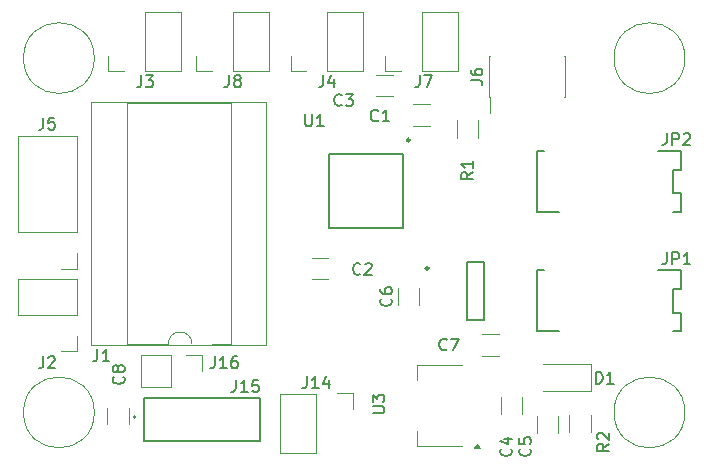
<source format=gbr>
%TF.GenerationSoftware,KiCad,Pcbnew,7.0.11-2.fc39*%
%TF.CreationDate,2024-04-03T17:16:26+02:00*%
%TF.ProjectId,CarteMPP,43617274-654d-4505-902e-6b696361645f,rev?*%
%TF.SameCoordinates,Original*%
%TF.FileFunction,Legend,Top*%
%TF.FilePolarity,Positive*%
%FSLAX46Y46*%
G04 Gerber Fmt 4.6, Leading zero omitted, Abs format (unit mm)*
G04 Created by KiCad (PCBNEW 7.0.11-2.fc39) date 2024-04-03 17:16:26*
%MOMM*%
%LPD*%
G01*
G04 APERTURE LIST*
%ADD10C,0.150000*%
%ADD11C,0.120000*%
%ADD12C,0.200000*%
%ADD13C,0.250000*%
%ADD14C,0.152400*%
%ADD15C,0.127000*%
%ADD16C,0.223606*%
G04 APERTURE END LIST*
D10*
X155654819Y-116761904D02*
X156464342Y-116761904D01*
X156464342Y-116761904D02*
X156559580Y-116714285D01*
X156559580Y-116714285D02*
X156607200Y-116666666D01*
X156607200Y-116666666D02*
X156654819Y-116571428D01*
X156654819Y-116571428D02*
X156654819Y-116380952D01*
X156654819Y-116380952D02*
X156607200Y-116285714D01*
X156607200Y-116285714D02*
X156559580Y-116238095D01*
X156559580Y-116238095D02*
X156464342Y-116190476D01*
X156464342Y-116190476D02*
X155654819Y-116190476D01*
X155654819Y-115809523D02*
X155654819Y-115190476D01*
X155654819Y-115190476D02*
X156035771Y-115523809D01*
X156035771Y-115523809D02*
X156035771Y-115380952D01*
X156035771Y-115380952D02*
X156083390Y-115285714D01*
X156083390Y-115285714D02*
X156131009Y-115238095D01*
X156131009Y-115238095D02*
X156226247Y-115190476D01*
X156226247Y-115190476D02*
X156464342Y-115190476D01*
X156464342Y-115190476D02*
X156559580Y-115238095D01*
X156559580Y-115238095D02*
X156607200Y-115285714D01*
X156607200Y-115285714D02*
X156654819Y-115380952D01*
X156654819Y-115380952D02*
X156654819Y-115666666D01*
X156654819Y-115666666D02*
X156607200Y-115761904D01*
X156607200Y-115761904D02*
X156559580Y-115809523D01*
X157209580Y-107066666D02*
X157257200Y-107114285D01*
X157257200Y-107114285D02*
X157304819Y-107257142D01*
X157304819Y-107257142D02*
X157304819Y-107352380D01*
X157304819Y-107352380D02*
X157257200Y-107495237D01*
X157257200Y-107495237D02*
X157161961Y-107590475D01*
X157161961Y-107590475D02*
X157066723Y-107638094D01*
X157066723Y-107638094D02*
X156876247Y-107685713D01*
X156876247Y-107685713D02*
X156733390Y-107685713D01*
X156733390Y-107685713D02*
X156542914Y-107638094D01*
X156542914Y-107638094D02*
X156447676Y-107590475D01*
X156447676Y-107590475D02*
X156352438Y-107495237D01*
X156352438Y-107495237D02*
X156304819Y-107352380D01*
X156304819Y-107352380D02*
X156304819Y-107257142D01*
X156304819Y-107257142D02*
X156352438Y-107114285D01*
X156352438Y-107114285D02*
X156400057Y-107066666D01*
X156304819Y-106209523D02*
X156304819Y-106399999D01*
X156304819Y-106399999D02*
X156352438Y-106495237D01*
X156352438Y-106495237D02*
X156400057Y-106542856D01*
X156400057Y-106542856D02*
X156542914Y-106638094D01*
X156542914Y-106638094D02*
X156733390Y-106685713D01*
X156733390Y-106685713D02*
X157114342Y-106685713D01*
X157114342Y-106685713D02*
X157209580Y-106638094D01*
X157209580Y-106638094D02*
X157257200Y-106590475D01*
X157257200Y-106590475D02*
X157304819Y-106495237D01*
X157304819Y-106495237D02*
X157304819Y-106304761D01*
X157304819Y-106304761D02*
X157257200Y-106209523D01*
X157257200Y-106209523D02*
X157209580Y-106161904D01*
X157209580Y-106161904D02*
X157114342Y-106114285D01*
X157114342Y-106114285D02*
X156876247Y-106114285D01*
X156876247Y-106114285D02*
X156781009Y-106161904D01*
X156781009Y-106161904D02*
X156733390Y-106209523D01*
X156733390Y-106209523D02*
X156685771Y-106304761D01*
X156685771Y-106304761D02*
X156685771Y-106495237D01*
X156685771Y-106495237D02*
X156733390Y-106590475D01*
X156733390Y-106590475D02*
X156781009Y-106638094D01*
X156781009Y-106638094D02*
X156876247Y-106685713D01*
X154633333Y-104959580D02*
X154585714Y-105007200D01*
X154585714Y-105007200D02*
X154442857Y-105054819D01*
X154442857Y-105054819D02*
X154347619Y-105054819D01*
X154347619Y-105054819D02*
X154204762Y-105007200D01*
X154204762Y-105007200D02*
X154109524Y-104911961D01*
X154109524Y-104911961D02*
X154061905Y-104816723D01*
X154061905Y-104816723D02*
X154014286Y-104626247D01*
X154014286Y-104626247D02*
X154014286Y-104483390D01*
X154014286Y-104483390D02*
X154061905Y-104292914D01*
X154061905Y-104292914D02*
X154109524Y-104197676D01*
X154109524Y-104197676D02*
X154204762Y-104102438D01*
X154204762Y-104102438D02*
X154347619Y-104054819D01*
X154347619Y-104054819D02*
X154442857Y-104054819D01*
X154442857Y-104054819D02*
X154585714Y-104102438D01*
X154585714Y-104102438D02*
X154633333Y-104150057D01*
X155014286Y-104150057D02*
X155061905Y-104102438D01*
X155061905Y-104102438D02*
X155157143Y-104054819D01*
X155157143Y-104054819D02*
X155395238Y-104054819D01*
X155395238Y-104054819D02*
X155490476Y-104102438D01*
X155490476Y-104102438D02*
X155538095Y-104150057D01*
X155538095Y-104150057D02*
X155585714Y-104245295D01*
X155585714Y-104245295D02*
X155585714Y-104340533D01*
X155585714Y-104340533D02*
X155538095Y-104483390D01*
X155538095Y-104483390D02*
X154966667Y-105054819D01*
X154966667Y-105054819D02*
X155585714Y-105054819D01*
X180566666Y-93054819D02*
X180566666Y-93769104D01*
X180566666Y-93769104D02*
X180519047Y-93911961D01*
X180519047Y-93911961D02*
X180423809Y-94007200D01*
X180423809Y-94007200D02*
X180280952Y-94054819D01*
X180280952Y-94054819D02*
X180185714Y-94054819D01*
X181042857Y-94054819D02*
X181042857Y-93054819D01*
X181042857Y-93054819D02*
X181423809Y-93054819D01*
X181423809Y-93054819D02*
X181519047Y-93102438D01*
X181519047Y-93102438D02*
X181566666Y-93150057D01*
X181566666Y-93150057D02*
X181614285Y-93245295D01*
X181614285Y-93245295D02*
X181614285Y-93388152D01*
X181614285Y-93388152D02*
X181566666Y-93483390D01*
X181566666Y-93483390D02*
X181519047Y-93531009D01*
X181519047Y-93531009D02*
X181423809Y-93578628D01*
X181423809Y-93578628D02*
X181042857Y-93578628D01*
X181995238Y-93150057D02*
X182042857Y-93102438D01*
X182042857Y-93102438D02*
X182138095Y-93054819D01*
X182138095Y-93054819D02*
X182376190Y-93054819D01*
X182376190Y-93054819D02*
X182471428Y-93102438D01*
X182471428Y-93102438D02*
X182519047Y-93150057D01*
X182519047Y-93150057D02*
X182566666Y-93245295D01*
X182566666Y-93245295D02*
X182566666Y-93340533D01*
X182566666Y-93340533D02*
X182519047Y-93483390D01*
X182519047Y-93483390D02*
X181947619Y-94054819D01*
X181947619Y-94054819D02*
X182566666Y-94054819D01*
X153033333Y-90659580D02*
X152985714Y-90707200D01*
X152985714Y-90707200D02*
X152842857Y-90754819D01*
X152842857Y-90754819D02*
X152747619Y-90754819D01*
X152747619Y-90754819D02*
X152604762Y-90707200D01*
X152604762Y-90707200D02*
X152509524Y-90611961D01*
X152509524Y-90611961D02*
X152461905Y-90516723D01*
X152461905Y-90516723D02*
X152414286Y-90326247D01*
X152414286Y-90326247D02*
X152414286Y-90183390D01*
X152414286Y-90183390D02*
X152461905Y-89992914D01*
X152461905Y-89992914D02*
X152509524Y-89897676D01*
X152509524Y-89897676D02*
X152604762Y-89802438D01*
X152604762Y-89802438D02*
X152747619Y-89754819D01*
X152747619Y-89754819D02*
X152842857Y-89754819D01*
X152842857Y-89754819D02*
X152985714Y-89802438D01*
X152985714Y-89802438D02*
X153033333Y-89850057D01*
X153366667Y-89754819D02*
X153985714Y-89754819D01*
X153985714Y-89754819D02*
X153652381Y-90135771D01*
X153652381Y-90135771D02*
X153795238Y-90135771D01*
X153795238Y-90135771D02*
X153890476Y-90183390D01*
X153890476Y-90183390D02*
X153938095Y-90231009D01*
X153938095Y-90231009D02*
X153985714Y-90326247D01*
X153985714Y-90326247D02*
X153985714Y-90564342D01*
X153985714Y-90564342D02*
X153938095Y-90659580D01*
X153938095Y-90659580D02*
X153890476Y-90707200D01*
X153890476Y-90707200D02*
X153795238Y-90754819D01*
X153795238Y-90754819D02*
X153509524Y-90754819D01*
X153509524Y-90754819D02*
X153414286Y-90707200D01*
X153414286Y-90707200D02*
X153366667Y-90659580D01*
X144090476Y-113954819D02*
X144090476Y-114669104D01*
X144090476Y-114669104D02*
X144042857Y-114811961D01*
X144042857Y-114811961D02*
X143947619Y-114907200D01*
X143947619Y-114907200D02*
X143804762Y-114954819D01*
X143804762Y-114954819D02*
X143709524Y-114954819D01*
X145090476Y-114954819D02*
X144519048Y-114954819D01*
X144804762Y-114954819D02*
X144804762Y-113954819D01*
X144804762Y-113954819D02*
X144709524Y-114097676D01*
X144709524Y-114097676D02*
X144614286Y-114192914D01*
X144614286Y-114192914D02*
X144519048Y-114240533D01*
X145995238Y-113954819D02*
X145519048Y-113954819D01*
X145519048Y-113954819D02*
X145471429Y-114431009D01*
X145471429Y-114431009D02*
X145519048Y-114383390D01*
X145519048Y-114383390D02*
X145614286Y-114335771D01*
X145614286Y-114335771D02*
X145852381Y-114335771D01*
X145852381Y-114335771D02*
X145947619Y-114383390D01*
X145947619Y-114383390D02*
X145995238Y-114431009D01*
X145995238Y-114431009D02*
X146042857Y-114526247D01*
X146042857Y-114526247D02*
X146042857Y-114764342D01*
X146042857Y-114764342D02*
X145995238Y-114859580D01*
X145995238Y-114859580D02*
X145947619Y-114907200D01*
X145947619Y-114907200D02*
X145852381Y-114954819D01*
X145852381Y-114954819D02*
X145614286Y-114954819D01*
X145614286Y-114954819D02*
X145519048Y-114907200D01*
X145519048Y-114907200D02*
X145471429Y-114859580D01*
X150090476Y-113654819D02*
X150090476Y-114369104D01*
X150090476Y-114369104D02*
X150042857Y-114511961D01*
X150042857Y-114511961D02*
X149947619Y-114607200D01*
X149947619Y-114607200D02*
X149804762Y-114654819D01*
X149804762Y-114654819D02*
X149709524Y-114654819D01*
X151090476Y-114654819D02*
X150519048Y-114654819D01*
X150804762Y-114654819D02*
X150804762Y-113654819D01*
X150804762Y-113654819D02*
X150709524Y-113797676D01*
X150709524Y-113797676D02*
X150614286Y-113892914D01*
X150614286Y-113892914D02*
X150519048Y-113940533D01*
X151947619Y-113988152D02*
X151947619Y-114654819D01*
X151709524Y-113607200D02*
X151471429Y-114321485D01*
X151471429Y-114321485D02*
X152090476Y-114321485D01*
X164154819Y-96366666D02*
X163678628Y-96699999D01*
X164154819Y-96938094D02*
X163154819Y-96938094D01*
X163154819Y-96938094D02*
X163154819Y-96557142D01*
X163154819Y-96557142D02*
X163202438Y-96461904D01*
X163202438Y-96461904D02*
X163250057Y-96414285D01*
X163250057Y-96414285D02*
X163345295Y-96366666D01*
X163345295Y-96366666D02*
X163488152Y-96366666D01*
X163488152Y-96366666D02*
X163583390Y-96414285D01*
X163583390Y-96414285D02*
X163631009Y-96461904D01*
X163631009Y-96461904D02*
X163678628Y-96557142D01*
X163678628Y-96557142D02*
X163678628Y-96938094D01*
X164154819Y-95414285D02*
X164154819Y-95985713D01*
X164154819Y-95699999D02*
X163154819Y-95699999D01*
X163154819Y-95699999D02*
X163297676Y-95795237D01*
X163297676Y-95795237D02*
X163392914Y-95890475D01*
X163392914Y-95890475D02*
X163440533Y-95985713D01*
X167359580Y-119766666D02*
X167407200Y-119814285D01*
X167407200Y-119814285D02*
X167454819Y-119957142D01*
X167454819Y-119957142D02*
X167454819Y-120052380D01*
X167454819Y-120052380D02*
X167407200Y-120195237D01*
X167407200Y-120195237D02*
X167311961Y-120290475D01*
X167311961Y-120290475D02*
X167216723Y-120338094D01*
X167216723Y-120338094D02*
X167026247Y-120385713D01*
X167026247Y-120385713D02*
X166883390Y-120385713D01*
X166883390Y-120385713D02*
X166692914Y-120338094D01*
X166692914Y-120338094D02*
X166597676Y-120290475D01*
X166597676Y-120290475D02*
X166502438Y-120195237D01*
X166502438Y-120195237D02*
X166454819Y-120052380D01*
X166454819Y-120052380D02*
X166454819Y-119957142D01*
X166454819Y-119957142D02*
X166502438Y-119814285D01*
X166502438Y-119814285D02*
X166550057Y-119766666D01*
X166788152Y-118909523D02*
X167454819Y-118909523D01*
X166407200Y-119147618D02*
X167121485Y-119385713D01*
X167121485Y-119385713D02*
X167121485Y-118766666D01*
X151466666Y-88154819D02*
X151466666Y-88869104D01*
X151466666Y-88869104D02*
X151419047Y-89011961D01*
X151419047Y-89011961D02*
X151323809Y-89107200D01*
X151323809Y-89107200D02*
X151180952Y-89154819D01*
X151180952Y-89154819D02*
X151085714Y-89154819D01*
X152371428Y-88488152D02*
X152371428Y-89154819D01*
X152133333Y-88107200D02*
X151895238Y-88821485D01*
X151895238Y-88821485D02*
X152514285Y-88821485D01*
X174561905Y-114254819D02*
X174561905Y-113254819D01*
X174561905Y-113254819D02*
X174800000Y-113254819D01*
X174800000Y-113254819D02*
X174942857Y-113302438D01*
X174942857Y-113302438D02*
X175038095Y-113397676D01*
X175038095Y-113397676D02*
X175085714Y-113492914D01*
X175085714Y-113492914D02*
X175133333Y-113683390D01*
X175133333Y-113683390D02*
X175133333Y-113826247D01*
X175133333Y-113826247D02*
X175085714Y-114016723D01*
X175085714Y-114016723D02*
X175038095Y-114111961D01*
X175038095Y-114111961D02*
X174942857Y-114207200D01*
X174942857Y-114207200D02*
X174800000Y-114254819D01*
X174800000Y-114254819D02*
X174561905Y-114254819D01*
X176085714Y-114254819D02*
X175514286Y-114254819D01*
X175800000Y-114254819D02*
X175800000Y-113254819D01*
X175800000Y-113254819D02*
X175704762Y-113397676D01*
X175704762Y-113397676D02*
X175609524Y-113492914D01*
X175609524Y-113492914D02*
X175514286Y-113540533D01*
X163949819Y-88583333D02*
X164664104Y-88583333D01*
X164664104Y-88583333D02*
X164806961Y-88630952D01*
X164806961Y-88630952D02*
X164902200Y-88726190D01*
X164902200Y-88726190D02*
X164949819Y-88869047D01*
X164949819Y-88869047D02*
X164949819Y-88964285D01*
X163949819Y-87678571D02*
X163949819Y-87869047D01*
X163949819Y-87869047D02*
X163997438Y-87964285D01*
X163997438Y-87964285D02*
X164045057Y-88011904D01*
X164045057Y-88011904D02*
X164187914Y-88107142D01*
X164187914Y-88107142D02*
X164378390Y-88154761D01*
X164378390Y-88154761D02*
X164759342Y-88154761D01*
X164759342Y-88154761D02*
X164854580Y-88107142D01*
X164854580Y-88107142D02*
X164902200Y-88059523D01*
X164902200Y-88059523D02*
X164949819Y-87964285D01*
X164949819Y-87964285D02*
X164949819Y-87773809D01*
X164949819Y-87773809D02*
X164902200Y-87678571D01*
X164902200Y-87678571D02*
X164854580Y-87630952D01*
X164854580Y-87630952D02*
X164759342Y-87583333D01*
X164759342Y-87583333D02*
X164521247Y-87583333D01*
X164521247Y-87583333D02*
X164426009Y-87630952D01*
X164426009Y-87630952D02*
X164378390Y-87678571D01*
X164378390Y-87678571D02*
X164330771Y-87773809D01*
X164330771Y-87773809D02*
X164330771Y-87964285D01*
X164330771Y-87964285D02*
X164378390Y-88059523D01*
X164378390Y-88059523D02*
X164426009Y-88107142D01*
X164426009Y-88107142D02*
X164521247Y-88154761D01*
X161933333Y-111359580D02*
X161885714Y-111407200D01*
X161885714Y-111407200D02*
X161742857Y-111454819D01*
X161742857Y-111454819D02*
X161647619Y-111454819D01*
X161647619Y-111454819D02*
X161504762Y-111407200D01*
X161504762Y-111407200D02*
X161409524Y-111311961D01*
X161409524Y-111311961D02*
X161361905Y-111216723D01*
X161361905Y-111216723D02*
X161314286Y-111026247D01*
X161314286Y-111026247D02*
X161314286Y-110883390D01*
X161314286Y-110883390D02*
X161361905Y-110692914D01*
X161361905Y-110692914D02*
X161409524Y-110597676D01*
X161409524Y-110597676D02*
X161504762Y-110502438D01*
X161504762Y-110502438D02*
X161647619Y-110454819D01*
X161647619Y-110454819D02*
X161742857Y-110454819D01*
X161742857Y-110454819D02*
X161885714Y-110502438D01*
X161885714Y-110502438D02*
X161933333Y-110550057D01*
X162266667Y-110454819D02*
X162933333Y-110454819D01*
X162933333Y-110454819D02*
X162504762Y-111454819D01*
X175654819Y-119366666D02*
X175178628Y-119699999D01*
X175654819Y-119938094D02*
X174654819Y-119938094D01*
X174654819Y-119938094D02*
X174654819Y-119557142D01*
X174654819Y-119557142D02*
X174702438Y-119461904D01*
X174702438Y-119461904D02*
X174750057Y-119414285D01*
X174750057Y-119414285D02*
X174845295Y-119366666D01*
X174845295Y-119366666D02*
X174988152Y-119366666D01*
X174988152Y-119366666D02*
X175083390Y-119414285D01*
X175083390Y-119414285D02*
X175131009Y-119461904D01*
X175131009Y-119461904D02*
X175178628Y-119557142D01*
X175178628Y-119557142D02*
X175178628Y-119938094D01*
X174750057Y-118985713D02*
X174702438Y-118938094D01*
X174702438Y-118938094D02*
X174654819Y-118842856D01*
X174654819Y-118842856D02*
X174654819Y-118604761D01*
X174654819Y-118604761D02*
X174702438Y-118509523D01*
X174702438Y-118509523D02*
X174750057Y-118461904D01*
X174750057Y-118461904D02*
X174845295Y-118414285D01*
X174845295Y-118414285D02*
X174940533Y-118414285D01*
X174940533Y-118414285D02*
X175083390Y-118461904D01*
X175083390Y-118461904D02*
X175654819Y-119033332D01*
X175654819Y-119033332D02*
X175654819Y-118414285D01*
X142290476Y-111954819D02*
X142290476Y-112669104D01*
X142290476Y-112669104D02*
X142242857Y-112811961D01*
X142242857Y-112811961D02*
X142147619Y-112907200D01*
X142147619Y-112907200D02*
X142004762Y-112954819D01*
X142004762Y-112954819D02*
X141909524Y-112954819D01*
X143290476Y-112954819D02*
X142719048Y-112954819D01*
X143004762Y-112954819D02*
X143004762Y-111954819D01*
X143004762Y-111954819D02*
X142909524Y-112097676D01*
X142909524Y-112097676D02*
X142814286Y-112192914D01*
X142814286Y-112192914D02*
X142719048Y-112240533D01*
X144147619Y-111954819D02*
X143957143Y-111954819D01*
X143957143Y-111954819D02*
X143861905Y-112002438D01*
X143861905Y-112002438D02*
X143814286Y-112050057D01*
X143814286Y-112050057D02*
X143719048Y-112192914D01*
X143719048Y-112192914D02*
X143671429Y-112383390D01*
X143671429Y-112383390D02*
X143671429Y-112764342D01*
X143671429Y-112764342D02*
X143719048Y-112859580D01*
X143719048Y-112859580D02*
X143766667Y-112907200D01*
X143766667Y-112907200D02*
X143861905Y-112954819D01*
X143861905Y-112954819D02*
X144052381Y-112954819D01*
X144052381Y-112954819D02*
X144147619Y-112907200D01*
X144147619Y-112907200D02*
X144195238Y-112859580D01*
X144195238Y-112859580D02*
X144242857Y-112764342D01*
X144242857Y-112764342D02*
X144242857Y-112526247D01*
X144242857Y-112526247D02*
X144195238Y-112431009D01*
X144195238Y-112431009D02*
X144147619Y-112383390D01*
X144147619Y-112383390D02*
X144052381Y-112335771D01*
X144052381Y-112335771D02*
X143861905Y-112335771D01*
X143861905Y-112335771D02*
X143766667Y-112383390D01*
X143766667Y-112383390D02*
X143719048Y-112431009D01*
X143719048Y-112431009D02*
X143671429Y-112526247D01*
X136066666Y-88154819D02*
X136066666Y-88869104D01*
X136066666Y-88869104D02*
X136019047Y-89011961D01*
X136019047Y-89011961D02*
X135923809Y-89107200D01*
X135923809Y-89107200D02*
X135780952Y-89154819D01*
X135780952Y-89154819D02*
X135685714Y-89154819D01*
X136447619Y-88154819D02*
X137066666Y-88154819D01*
X137066666Y-88154819D02*
X136733333Y-88535771D01*
X136733333Y-88535771D02*
X136876190Y-88535771D01*
X136876190Y-88535771D02*
X136971428Y-88583390D01*
X136971428Y-88583390D02*
X137019047Y-88631009D01*
X137019047Y-88631009D02*
X137066666Y-88726247D01*
X137066666Y-88726247D02*
X137066666Y-88964342D01*
X137066666Y-88964342D02*
X137019047Y-89059580D01*
X137019047Y-89059580D02*
X136971428Y-89107200D01*
X136971428Y-89107200D02*
X136876190Y-89154819D01*
X136876190Y-89154819D02*
X136590476Y-89154819D01*
X136590476Y-89154819D02*
X136495238Y-89107200D01*
X136495238Y-89107200D02*
X136447619Y-89059580D01*
X143496666Y-88154819D02*
X143496666Y-88869104D01*
X143496666Y-88869104D02*
X143449047Y-89011961D01*
X143449047Y-89011961D02*
X143353809Y-89107200D01*
X143353809Y-89107200D02*
X143210952Y-89154819D01*
X143210952Y-89154819D02*
X143115714Y-89154819D01*
X144115714Y-88583390D02*
X144020476Y-88535771D01*
X144020476Y-88535771D02*
X143972857Y-88488152D01*
X143972857Y-88488152D02*
X143925238Y-88392914D01*
X143925238Y-88392914D02*
X143925238Y-88345295D01*
X143925238Y-88345295D02*
X143972857Y-88250057D01*
X143972857Y-88250057D02*
X144020476Y-88202438D01*
X144020476Y-88202438D02*
X144115714Y-88154819D01*
X144115714Y-88154819D02*
X144306190Y-88154819D01*
X144306190Y-88154819D02*
X144401428Y-88202438D01*
X144401428Y-88202438D02*
X144449047Y-88250057D01*
X144449047Y-88250057D02*
X144496666Y-88345295D01*
X144496666Y-88345295D02*
X144496666Y-88392914D01*
X144496666Y-88392914D02*
X144449047Y-88488152D01*
X144449047Y-88488152D02*
X144401428Y-88535771D01*
X144401428Y-88535771D02*
X144306190Y-88583390D01*
X144306190Y-88583390D02*
X144115714Y-88583390D01*
X144115714Y-88583390D02*
X144020476Y-88631009D01*
X144020476Y-88631009D02*
X143972857Y-88678628D01*
X143972857Y-88678628D02*
X143925238Y-88773866D01*
X143925238Y-88773866D02*
X143925238Y-88964342D01*
X143925238Y-88964342D02*
X143972857Y-89059580D01*
X143972857Y-89059580D02*
X144020476Y-89107200D01*
X144020476Y-89107200D02*
X144115714Y-89154819D01*
X144115714Y-89154819D02*
X144306190Y-89154819D01*
X144306190Y-89154819D02*
X144401428Y-89107200D01*
X144401428Y-89107200D02*
X144449047Y-89059580D01*
X144449047Y-89059580D02*
X144496666Y-88964342D01*
X144496666Y-88964342D02*
X144496666Y-88773866D01*
X144496666Y-88773866D02*
X144449047Y-88678628D01*
X144449047Y-88678628D02*
X144401428Y-88631009D01*
X144401428Y-88631009D02*
X144306190Y-88583390D01*
X127766666Y-91754819D02*
X127766666Y-92469104D01*
X127766666Y-92469104D02*
X127719047Y-92611961D01*
X127719047Y-92611961D02*
X127623809Y-92707200D01*
X127623809Y-92707200D02*
X127480952Y-92754819D01*
X127480952Y-92754819D02*
X127385714Y-92754819D01*
X128719047Y-91754819D02*
X128242857Y-91754819D01*
X128242857Y-91754819D02*
X128195238Y-92231009D01*
X128195238Y-92231009D02*
X128242857Y-92183390D01*
X128242857Y-92183390D02*
X128338095Y-92135771D01*
X128338095Y-92135771D02*
X128576190Y-92135771D01*
X128576190Y-92135771D02*
X128671428Y-92183390D01*
X128671428Y-92183390D02*
X128719047Y-92231009D01*
X128719047Y-92231009D02*
X128766666Y-92326247D01*
X128766666Y-92326247D02*
X128766666Y-92564342D01*
X128766666Y-92564342D02*
X128719047Y-92659580D01*
X128719047Y-92659580D02*
X128671428Y-92707200D01*
X128671428Y-92707200D02*
X128576190Y-92754819D01*
X128576190Y-92754819D02*
X128338095Y-92754819D01*
X128338095Y-92754819D02*
X128242857Y-92707200D01*
X128242857Y-92707200D02*
X128195238Y-92659580D01*
X159666666Y-88154819D02*
X159666666Y-88869104D01*
X159666666Y-88869104D02*
X159619047Y-89011961D01*
X159619047Y-89011961D02*
X159523809Y-89107200D01*
X159523809Y-89107200D02*
X159380952Y-89154819D01*
X159380952Y-89154819D02*
X159285714Y-89154819D01*
X160047619Y-88154819D02*
X160714285Y-88154819D01*
X160714285Y-88154819D02*
X160285714Y-89154819D01*
X132366666Y-111354819D02*
X132366666Y-112069104D01*
X132366666Y-112069104D02*
X132319047Y-112211961D01*
X132319047Y-112211961D02*
X132223809Y-112307200D01*
X132223809Y-112307200D02*
X132080952Y-112354819D01*
X132080952Y-112354819D02*
X131985714Y-112354819D01*
X133366666Y-112354819D02*
X132795238Y-112354819D01*
X133080952Y-112354819D02*
X133080952Y-111354819D01*
X133080952Y-111354819D02*
X132985714Y-111497676D01*
X132985714Y-111497676D02*
X132890476Y-111592914D01*
X132890476Y-111592914D02*
X132795238Y-111640533D01*
X127766666Y-111954819D02*
X127766666Y-112669104D01*
X127766666Y-112669104D02*
X127719047Y-112811961D01*
X127719047Y-112811961D02*
X127623809Y-112907200D01*
X127623809Y-112907200D02*
X127480952Y-112954819D01*
X127480952Y-112954819D02*
X127385714Y-112954819D01*
X128195238Y-112050057D02*
X128242857Y-112002438D01*
X128242857Y-112002438D02*
X128338095Y-111954819D01*
X128338095Y-111954819D02*
X128576190Y-111954819D01*
X128576190Y-111954819D02*
X128671428Y-112002438D01*
X128671428Y-112002438D02*
X128719047Y-112050057D01*
X128719047Y-112050057D02*
X128766666Y-112145295D01*
X128766666Y-112145295D02*
X128766666Y-112240533D01*
X128766666Y-112240533D02*
X128719047Y-112383390D01*
X128719047Y-112383390D02*
X128147619Y-112954819D01*
X128147619Y-112954819D02*
X128766666Y-112954819D01*
X134559580Y-113666666D02*
X134607200Y-113714285D01*
X134607200Y-113714285D02*
X134654819Y-113857142D01*
X134654819Y-113857142D02*
X134654819Y-113952380D01*
X134654819Y-113952380D02*
X134607200Y-114095237D01*
X134607200Y-114095237D02*
X134511961Y-114190475D01*
X134511961Y-114190475D02*
X134416723Y-114238094D01*
X134416723Y-114238094D02*
X134226247Y-114285713D01*
X134226247Y-114285713D02*
X134083390Y-114285713D01*
X134083390Y-114285713D02*
X133892914Y-114238094D01*
X133892914Y-114238094D02*
X133797676Y-114190475D01*
X133797676Y-114190475D02*
X133702438Y-114095237D01*
X133702438Y-114095237D02*
X133654819Y-113952380D01*
X133654819Y-113952380D02*
X133654819Y-113857142D01*
X133654819Y-113857142D02*
X133702438Y-113714285D01*
X133702438Y-113714285D02*
X133750057Y-113666666D01*
X134083390Y-113095237D02*
X134035771Y-113190475D01*
X134035771Y-113190475D02*
X133988152Y-113238094D01*
X133988152Y-113238094D02*
X133892914Y-113285713D01*
X133892914Y-113285713D02*
X133845295Y-113285713D01*
X133845295Y-113285713D02*
X133750057Y-113238094D01*
X133750057Y-113238094D02*
X133702438Y-113190475D01*
X133702438Y-113190475D02*
X133654819Y-113095237D01*
X133654819Y-113095237D02*
X133654819Y-112904761D01*
X133654819Y-112904761D02*
X133702438Y-112809523D01*
X133702438Y-112809523D02*
X133750057Y-112761904D01*
X133750057Y-112761904D02*
X133845295Y-112714285D01*
X133845295Y-112714285D02*
X133892914Y-112714285D01*
X133892914Y-112714285D02*
X133988152Y-112761904D01*
X133988152Y-112761904D02*
X134035771Y-112809523D01*
X134035771Y-112809523D02*
X134083390Y-112904761D01*
X134083390Y-112904761D02*
X134083390Y-113095237D01*
X134083390Y-113095237D02*
X134131009Y-113190475D01*
X134131009Y-113190475D02*
X134178628Y-113238094D01*
X134178628Y-113238094D02*
X134273866Y-113285713D01*
X134273866Y-113285713D02*
X134464342Y-113285713D01*
X134464342Y-113285713D02*
X134559580Y-113238094D01*
X134559580Y-113238094D02*
X134607200Y-113190475D01*
X134607200Y-113190475D02*
X134654819Y-113095237D01*
X134654819Y-113095237D02*
X134654819Y-112904761D01*
X134654819Y-112904761D02*
X134607200Y-112809523D01*
X134607200Y-112809523D02*
X134559580Y-112761904D01*
X134559580Y-112761904D02*
X134464342Y-112714285D01*
X134464342Y-112714285D02*
X134273866Y-112714285D01*
X134273866Y-112714285D02*
X134178628Y-112761904D01*
X134178628Y-112761904D02*
X134131009Y-112809523D01*
X134131009Y-112809523D02*
X134083390Y-112904761D01*
X168959580Y-119766666D02*
X169007200Y-119814285D01*
X169007200Y-119814285D02*
X169054819Y-119957142D01*
X169054819Y-119957142D02*
X169054819Y-120052380D01*
X169054819Y-120052380D02*
X169007200Y-120195237D01*
X169007200Y-120195237D02*
X168911961Y-120290475D01*
X168911961Y-120290475D02*
X168816723Y-120338094D01*
X168816723Y-120338094D02*
X168626247Y-120385713D01*
X168626247Y-120385713D02*
X168483390Y-120385713D01*
X168483390Y-120385713D02*
X168292914Y-120338094D01*
X168292914Y-120338094D02*
X168197676Y-120290475D01*
X168197676Y-120290475D02*
X168102438Y-120195237D01*
X168102438Y-120195237D02*
X168054819Y-120052380D01*
X168054819Y-120052380D02*
X168054819Y-119957142D01*
X168054819Y-119957142D02*
X168102438Y-119814285D01*
X168102438Y-119814285D02*
X168150057Y-119766666D01*
X168054819Y-118861904D02*
X168054819Y-119338094D01*
X168054819Y-119338094D02*
X168531009Y-119385713D01*
X168531009Y-119385713D02*
X168483390Y-119338094D01*
X168483390Y-119338094D02*
X168435771Y-119242856D01*
X168435771Y-119242856D02*
X168435771Y-119004761D01*
X168435771Y-119004761D02*
X168483390Y-118909523D01*
X168483390Y-118909523D02*
X168531009Y-118861904D01*
X168531009Y-118861904D02*
X168626247Y-118814285D01*
X168626247Y-118814285D02*
X168864342Y-118814285D01*
X168864342Y-118814285D02*
X168959580Y-118861904D01*
X168959580Y-118861904D02*
X169007200Y-118909523D01*
X169007200Y-118909523D02*
X169054819Y-119004761D01*
X169054819Y-119004761D02*
X169054819Y-119242856D01*
X169054819Y-119242856D02*
X169007200Y-119338094D01*
X169007200Y-119338094D02*
X168959580Y-119385713D01*
X149937411Y-91454336D02*
X149937411Y-92264587D01*
X149937411Y-92264587D02*
X149985072Y-92359911D01*
X149985072Y-92359911D02*
X150032734Y-92407573D01*
X150032734Y-92407573D02*
X150128058Y-92455234D01*
X150128058Y-92455234D02*
X150318705Y-92455234D01*
X150318705Y-92455234D02*
X150414029Y-92407573D01*
X150414029Y-92407573D02*
X150461690Y-92359911D01*
X150461690Y-92359911D02*
X150509352Y-92264587D01*
X150509352Y-92264587D02*
X150509352Y-91454336D01*
X151510250Y-92455234D02*
X150938309Y-92455234D01*
X151224280Y-92455234D02*
X151224280Y-91454336D01*
X151224280Y-91454336D02*
X151128956Y-91597322D01*
X151128956Y-91597322D02*
X151033632Y-91692645D01*
X151033632Y-91692645D02*
X150938309Y-91740307D01*
X156133333Y-91959580D02*
X156085714Y-92007200D01*
X156085714Y-92007200D02*
X155942857Y-92054819D01*
X155942857Y-92054819D02*
X155847619Y-92054819D01*
X155847619Y-92054819D02*
X155704762Y-92007200D01*
X155704762Y-92007200D02*
X155609524Y-91911961D01*
X155609524Y-91911961D02*
X155561905Y-91816723D01*
X155561905Y-91816723D02*
X155514286Y-91626247D01*
X155514286Y-91626247D02*
X155514286Y-91483390D01*
X155514286Y-91483390D02*
X155561905Y-91292914D01*
X155561905Y-91292914D02*
X155609524Y-91197676D01*
X155609524Y-91197676D02*
X155704762Y-91102438D01*
X155704762Y-91102438D02*
X155847619Y-91054819D01*
X155847619Y-91054819D02*
X155942857Y-91054819D01*
X155942857Y-91054819D02*
X156085714Y-91102438D01*
X156085714Y-91102438D02*
X156133333Y-91150057D01*
X157085714Y-92054819D02*
X156514286Y-92054819D01*
X156800000Y-92054819D02*
X156800000Y-91054819D01*
X156800000Y-91054819D02*
X156704762Y-91197676D01*
X156704762Y-91197676D02*
X156609524Y-91292914D01*
X156609524Y-91292914D02*
X156514286Y-91340533D01*
X180566666Y-103154819D02*
X180566666Y-103869104D01*
X180566666Y-103869104D02*
X180519047Y-104011961D01*
X180519047Y-104011961D02*
X180423809Y-104107200D01*
X180423809Y-104107200D02*
X180280952Y-104154819D01*
X180280952Y-104154819D02*
X180185714Y-104154819D01*
X181042857Y-104154819D02*
X181042857Y-103154819D01*
X181042857Y-103154819D02*
X181423809Y-103154819D01*
X181423809Y-103154819D02*
X181519047Y-103202438D01*
X181519047Y-103202438D02*
X181566666Y-103250057D01*
X181566666Y-103250057D02*
X181614285Y-103345295D01*
X181614285Y-103345295D02*
X181614285Y-103488152D01*
X181614285Y-103488152D02*
X181566666Y-103583390D01*
X181566666Y-103583390D02*
X181519047Y-103631009D01*
X181519047Y-103631009D02*
X181423809Y-103678628D01*
X181423809Y-103678628D02*
X181042857Y-103678628D01*
X182566666Y-104154819D02*
X181995238Y-104154819D01*
X182280952Y-104154819D02*
X182280952Y-103154819D01*
X182280952Y-103154819D02*
X182185714Y-103297676D01*
X182185714Y-103297676D02*
X182090476Y-103392914D01*
X182090476Y-103392914D02*
X181995238Y-103440533D01*
D11*
%TO.C,U3*%
X163200000Y-119510000D02*
X159440000Y-119510000D01*
X163200000Y-112690000D02*
X159440000Y-112690000D01*
X159440000Y-119510000D02*
X159440000Y-118250000D01*
X159440000Y-112690000D02*
X159440000Y-113950000D01*
X164720000Y-119740000D02*
X164240000Y-119740000D01*
X164480000Y-119410000D01*
X164720000Y-119740000D01*
G36*
X164720000Y-119740000D02*
G01*
X164240000Y-119740000D01*
X164480000Y-119410000D01*
X164720000Y-119740000D01*
G37*
%TO.C,C6*%
X157790000Y-107611252D02*
X157790000Y-106188748D01*
X159610000Y-107611252D02*
X159610000Y-106188748D01*
%TO.C,C2*%
X150488748Y-103590000D02*
X151911252Y-103590000D01*
X150488748Y-105410000D02*
X151911252Y-105410000D01*
D12*
%TO.C,U2*%
X163646002Y-103950000D02*
X165103997Y-103950000D01*
X163646002Y-108850000D02*
X163646002Y-103950000D01*
X163646002Y-108850000D02*
X165103997Y-108850000D01*
X165103997Y-108850000D02*
X165103997Y-103950000D01*
D13*
X160393935Y-104495000D02*
G75*
G03*
X160143935Y-104495000I-125000J0D01*
G01*
X160143935Y-104495000D02*
G75*
G03*
X160393935Y-104495000I125000J0D01*
G01*
D14*
%TO.C,JP2*%
X169543008Y-99738995D02*
X169543008Y-94538996D01*
X170156608Y-94538996D02*
X169543008Y-94538996D01*
X171426608Y-99738995D02*
X169543008Y-99738995D01*
X181129408Y-98138996D02*
X181129408Y-96138995D01*
X181743009Y-94538996D02*
X179859408Y-94538996D01*
X181743009Y-96138995D02*
X181129408Y-96138995D01*
X181743009Y-96138995D02*
X181743009Y-94538996D01*
X181743009Y-98138996D02*
X181129408Y-98138996D01*
X181743009Y-99738995D02*
X181129408Y-99738995D01*
X181743009Y-99738995D02*
X181743009Y-98138996D01*
D11*
%TO.C,C3*%
X157411252Y-89910000D02*
X155988748Y-89910000D01*
X157411252Y-88090000D02*
X155988748Y-88090000D01*
%TO.C,J15*%
X141230000Y-111870000D02*
X141230000Y-113200000D01*
X139900000Y-111870000D02*
X141230000Y-111870000D01*
X138630000Y-111870000D02*
X136030000Y-111870000D01*
X138630000Y-111870000D02*
X138630000Y-114530000D01*
X136030000Y-111870000D02*
X136030000Y-114530000D01*
X138630000Y-114530000D02*
X136030000Y-114530000D01*
%TO.C,J9*%
X132100000Y-86700000D02*
G75*
G03*
X126100000Y-86700000I-3000000J0D01*
G01*
X126100000Y-86700000D02*
G75*
G03*
X132100000Y-86700000I3000000J0D01*
G01*
%TO.C,J14*%
X153970000Y-115070000D02*
X153970000Y-116400000D01*
X152640000Y-115070000D02*
X153970000Y-115070000D01*
X150870000Y-115100000D02*
X150870000Y-120100000D01*
X150840000Y-115100000D02*
X147840000Y-115100000D01*
X147840000Y-115100000D02*
X147840000Y-120100000D01*
X150870000Y-120100000D02*
X147840000Y-120100000D01*
%TO.C,R1*%
X164610000Y-91972936D02*
X164610000Y-93427064D01*
X162790000Y-91972936D02*
X162790000Y-93427064D01*
%TO.C,C4*%
X168310000Y-115388748D02*
X168310000Y-116811252D01*
X166490000Y-115388748D02*
X166490000Y-116811252D01*
%TO.C,J4*%
X148730000Y-87830000D02*
X148730000Y-86500000D01*
X150060000Y-87830000D02*
X148730000Y-87830000D01*
X151830000Y-87800000D02*
X151830000Y-82800000D01*
X151860000Y-87800000D02*
X154860000Y-87800000D01*
X154860000Y-87800000D02*
X154860000Y-82800000D01*
X151830000Y-82800000D02*
X154860000Y-82800000D01*
%TO.C,J11*%
X182100000Y-86700000D02*
G75*
G03*
X176100000Y-86700000I-3000000J0D01*
G01*
X176100000Y-86700000D02*
G75*
G03*
X182100000Y-86700000I3000000J0D01*
G01*
%TO.C,D1*%
X174172500Y-114885000D02*
X174172500Y-112615000D01*
X174172500Y-112615000D02*
X170112500Y-112615000D01*
X170112500Y-114885000D02*
X174172500Y-114885000D01*
%TO.C,J12*%
X182100000Y-116700000D02*
G75*
G03*
X176100000Y-116700000I-3000000J0D01*
G01*
X176100000Y-116700000D02*
G75*
G03*
X182100000Y-116700000I3000000J0D01*
G01*
%TO.C,J6*%
X165560000Y-91340000D02*
X165560000Y-90015000D01*
X165495000Y-90015000D02*
X165560000Y-90015000D01*
X165495000Y-90015000D02*
X165495000Y-86485000D01*
X171900000Y-90015000D02*
X171965000Y-90015000D01*
X171965000Y-90015000D02*
X171965000Y-86485000D01*
X165495000Y-86485000D02*
X165560000Y-86485000D01*
X171900000Y-86485000D02*
X171965000Y-86485000D01*
%TO.C,C7*%
X166341283Y-111915000D02*
X164918779Y-111915000D01*
X166341283Y-110095000D02*
X164918779Y-110095000D01*
%TO.C,R2*%
X172290000Y-118377064D02*
X172290000Y-116922936D01*
X174110000Y-118377064D02*
X174110000Y-116922936D01*
D15*
%TO.C,J16*%
X136300000Y-119100000D02*
X136300000Y-115500000D01*
X146100000Y-115500000D02*
X136300000Y-115500000D01*
X146100000Y-115500000D02*
X146100000Y-119100000D01*
X146100000Y-119100000D02*
X136300000Y-119100000D01*
D12*
X135600000Y-117100000D02*
G75*
G03*
X135400000Y-117100000I-100000J0D01*
G01*
X135400000Y-117100000D02*
G75*
G03*
X135600000Y-117100000I100000J0D01*
G01*
D11*
%TO.C,J3*%
X133270000Y-87830000D02*
X133270000Y-86500000D01*
X134600000Y-87830000D02*
X133270000Y-87830000D01*
X136370000Y-87800000D02*
X136370000Y-82800000D01*
X136400000Y-87800000D02*
X139400000Y-87800000D01*
X139400000Y-87800000D02*
X139400000Y-82800000D01*
X136370000Y-82800000D02*
X139400000Y-82800000D01*
%TO.C,J8*%
X140730000Y-87830000D02*
X140730000Y-86500000D01*
X142060000Y-87830000D02*
X140730000Y-87830000D01*
X143830000Y-87800000D02*
X143830000Y-82800000D01*
X143860000Y-87800000D02*
X146860000Y-87800000D01*
X146860000Y-87800000D02*
X146860000Y-82800000D01*
X143830000Y-82800000D02*
X146860000Y-82800000D01*
%TO.C,J5*%
X130630000Y-104530000D02*
X129300000Y-104530000D01*
X130630000Y-103200000D02*
X130630000Y-104530000D01*
X130600000Y-101430000D02*
X130600000Y-93300000D01*
X130600000Y-101430000D02*
X125600000Y-101430000D01*
X130600000Y-93300000D02*
X125600000Y-93300000D01*
X125600000Y-101400000D02*
X125600000Y-93300000D01*
%TO.C,J7*%
X156730000Y-87830000D02*
X156730000Y-86500000D01*
X158060000Y-87830000D02*
X156730000Y-87830000D01*
X159830000Y-87800000D02*
X159830000Y-82800000D01*
X159860000Y-87800000D02*
X162860000Y-87800000D01*
X162860000Y-87800000D02*
X162860000Y-82800000D01*
X159830000Y-82800000D02*
X162860000Y-82800000D01*
%TO.C,J1*%
X146640000Y-110990000D02*
X146640000Y-90430000D01*
X146640000Y-90430000D02*
X131840000Y-90430000D01*
X143640000Y-110930000D02*
X143640000Y-90490000D01*
X143640000Y-90490000D02*
X134840000Y-90490000D01*
X140394228Y-110948575D02*
X143640000Y-110946000D01*
X134840000Y-110930000D02*
X138342000Y-110930000D01*
X134840000Y-90490000D02*
X134840000Y-110930000D01*
X131840000Y-110990000D02*
X146640000Y-110990000D01*
X131840000Y-90430000D02*
X131840000Y-110990000D01*
X140358001Y-110890758D02*
G75*
G03*
X138358001Y-110890758I-1000000J0D01*
G01*
%TO.C,J2*%
X130630000Y-111530000D02*
X129300000Y-111530000D01*
X130630000Y-110200000D02*
X130630000Y-111530000D01*
X130600000Y-108430000D02*
X125600000Y-108430000D01*
X130600000Y-108400000D02*
X130600000Y-105400000D01*
X130600000Y-105400000D02*
X125600000Y-105400000D01*
X125600000Y-108430000D02*
X125600000Y-105400000D01*
%TO.C,C8*%
X133190000Y-117711252D02*
X133190000Y-116288748D01*
X135010000Y-117711252D02*
X135010000Y-116288748D01*
%TO.C,C5*%
X171360000Y-116976248D02*
X171360000Y-118398752D01*
X169540000Y-116976248D02*
X169540000Y-118398752D01*
D12*
%TO.C,U1*%
X158200000Y-94850000D02*
X158200000Y-101050000D01*
X152000000Y-94850000D02*
X158200000Y-94850000D01*
X158200000Y-101050000D02*
X152000000Y-101050000D01*
X152000000Y-101050000D02*
X152000000Y-94850000D01*
D16*
X158811803Y-93650000D02*
G75*
G03*
X158588197Y-93650000I-111803J0D01*
G01*
X158588197Y-93650000D02*
G75*
G03*
X158811803Y-93650000I111803J0D01*
G01*
D11*
%TO.C,C1*%
X160511252Y-92410000D02*
X159088748Y-92410000D01*
X160511252Y-90590000D02*
X159088748Y-90590000D01*
%TO.C,J10*%
X132100000Y-116700000D02*
G75*
G03*
X126100000Y-116700000I-3000000J0D01*
G01*
X126100000Y-116700000D02*
G75*
G03*
X132100000Y-116700000I3000000J0D01*
G01*
D14*
%TO.C,JP1*%
X169537008Y-109838995D02*
X169537008Y-104638996D01*
X170150608Y-104638996D02*
X169537008Y-104638996D01*
X171420608Y-109838995D02*
X169537008Y-109838995D01*
X181123408Y-108238996D02*
X181123408Y-106238995D01*
X181737009Y-104638996D02*
X179853408Y-104638996D01*
X181737009Y-106238995D02*
X181123408Y-106238995D01*
X181737009Y-106238995D02*
X181737009Y-104638996D01*
X181737009Y-108238996D02*
X181123408Y-108238996D01*
X181737009Y-109838995D02*
X181123408Y-109838995D01*
X181737009Y-109838995D02*
X181737009Y-108238996D01*
%TD*%
M02*

</source>
